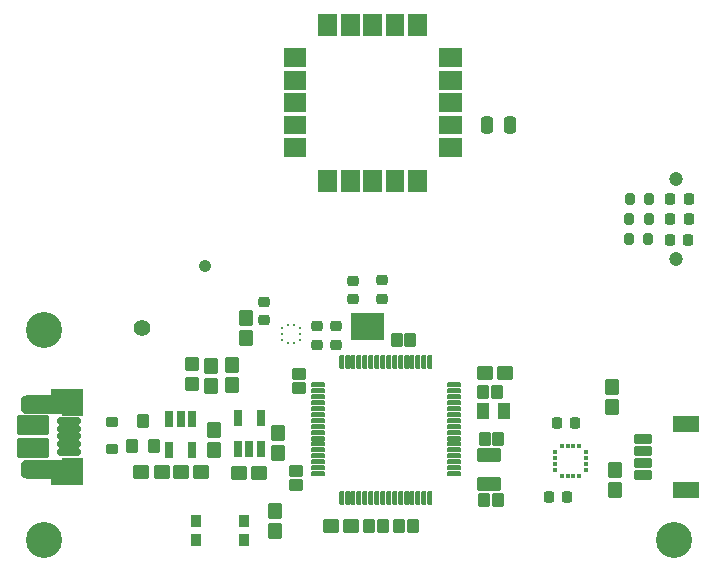
<source format=gbr>
%TF.GenerationSoftware,KiCad,Pcbnew,7.0.5*%
%TF.CreationDate,2024-02-09T08:38:42-06:00*%
%TF.ProjectId,peakick,7065616b-6963-46b2-9e6b-696361645f70,rev?*%
%TF.SameCoordinates,Original*%
%TF.FileFunction,Soldermask,Top*%
%TF.FilePolarity,Negative*%
%FSLAX46Y46*%
G04 Gerber Fmt 4.6, Leading zero omitted, Abs format (unit mm)*
G04 Created by KiCad (PCBNEW 7.0.5) date 2024-02-09 08:38:42*
%MOMM*%
%LPD*%
G01*
G04 APERTURE LIST*
G04 Aperture macros list*
%AMRoundRect*
0 Rectangle with rounded corners*
0 $1 Rounding radius*
0 $2 $3 $4 $5 $6 $7 $8 $9 X,Y pos of 4 corners*
0 Add a 4 corners polygon primitive as box body*
4,1,4,$2,$3,$4,$5,$6,$7,$8,$9,$2,$3,0*
0 Add four circle primitives for the rounded corners*
1,1,$1+$1,$2,$3*
1,1,$1+$1,$4,$5*
1,1,$1+$1,$6,$7*
1,1,$1+$1,$8,$9*
0 Add four rect primitives between the rounded corners*
20,1,$1+$1,$2,$3,$4,$5,0*
20,1,$1+$1,$4,$5,$6,$7,0*
20,1,$1+$1,$6,$7,$8,$9,0*
20,1,$1+$1,$8,$9,$2,$3,0*%
G04 Aperture macros list end*
%ADD10C,0.010000*%
%ADD11C,0.100000*%
%ADD12RoundRect,0.102000X-0.875000X-0.200000X0.875000X-0.200000X0.875000X0.200000X-0.875000X0.200000X0*%
%ADD13O,2.604000X1.404000*%
%ADD14RoundRect,0.102000X1.250000X-0.712500X1.250000X0.712500X-1.250000X0.712500X-1.250000X-0.712500X0*%
%ADD15RoundRect,0.102000X-1.250000X0.712500X-1.250000X-0.712500X1.250000X-0.712500X1.250000X0.712500X0*%
%ADD16RoundRect,0.225000X0.225000X0.250000X-0.225000X0.250000X-0.225000X-0.250000X0.225000X-0.250000X0*%
%ADD17RoundRect,0.101600X-0.500000X0.550000X-0.500000X-0.550000X0.500000X-0.550000X0.500000X0.550000X0*%
%ADD18RoundRect,0.101600X-0.550000X-0.500000X0.550000X-0.500000X0.550000X0.500000X-0.550000X0.500000X0*%
%ADD19RoundRect,0.200000X-0.200000X-0.275000X0.200000X-0.275000X0.200000X0.275000X-0.200000X0.275000X0*%
%ADD20RoundRect,0.101600X-0.275000X-0.600000X0.275000X-0.600000X0.275000X0.600000X-0.275000X0.600000X0*%
%ADD21RoundRect,0.101600X0.450000X-0.425000X0.450000X0.425000X-0.450000X0.425000X-0.450000X-0.425000X0*%
%ADD22RoundRect,0.101600X0.675000X-0.300000X0.675000X0.300000X-0.675000X0.300000X-0.675000X-0.300000X0*%
%ADD23RoundRect,0.101600X1.000000X-0.600000X1.000000X0.600000X-1.000000X0.600000X-1.000000X-0.600000X0*%
%ADD24RoundRect,0.101600X0.415000X-0.315000X0.415000X0.315000X-0.415000X0.315000X-0.415000X-0.315000X0*%
%ADD25RoundRect,0.101600X0.550000X0.500000X-0.550000X0.500000X-0.550000X-0.500000X0.550000X-0.500000X0*%
%ADD26RoundRect,0.250000X-0.250000X-0.475000X0.250000X-0.475000X0.250000X0.475000X-0.250000X0.475000X0*%
%ADD27RoundRect,0.101600X0.500000X-0.550000X0.500000X0.550000X-0.500000X0.550000X-0.500000X-0.550000X0*%
%ADD28C,3.048000*%
%ADD29RoundRect,0.101600X-0.425000X-0.450000X0.425000X-0.450000X0.425000X0.450000X-0.425000X0.450000X0*%
%ADD30RoundRect,0.101600X0.900000X-0.500000X0.900000X0.500000X-0.900000X0.500000X-0.900000X-0.500000X0*%
%ADD31RoundRect,0.225000X-0.250000X0.225000X-0.250000X-0.225000X0.250000X-0.225000X0.250000X0.225000X0*%
%ADD32RoundRect,0.101600X-0.400000X-0.600000X0.400000X-0.600000X0.400000X0.600000X-0.400000X0.600000X0*%
%ADD33RoundRect,0.251600X0.350000X0.350000X-0.350000X0.350000X-0.350000X-0.350000X0.350000X-0.350000X0*%
%ADD34RoundRect,0.101600X0.500000X-0.110000X0.500000X0.110000X-0.500000X0.110000X-0.500000X-0.110000X0*%
%ADD35RoundRect,0.101600X0.110000X0.500000X-0.110000X0.500000X-0.110000X-0.500000X0.110000X-0.500000X0*%
%ADD36RoundRect,0.101600X-0.500000X0.110000X-0.500000X-0.110000X0.500000X-0.110000X0.500000X0.110000X0*%
%ADD37RoundRect,0.101600X-0.110000X-0.500000X0.110000X-0.500000X0.110000X0.500000X-0.110000X0.500000X0*%
%ADD38RoundRect,0.225000X0.250000X-0.225000X0.250000X0.225000X-0.250000X0.225000X-0.250000X-0.225000X0*%
%ADD39RoundRect,0.218750X0.218750X0.256250X-0.218750X0.256250X-0.218750X-0.256250X0.218750X-0.256250X0*%
%ADD40R,0.254000X0.279400*%
%ADD41R,0.279400X0.254000*%
%ADD42RoundRect,0.101600X0.275000X0.600000X-0.275000X0.600000X-0.275000X-0.600000X0.275000X-0.600000X0*%
%ADD43R,0.900000X1.000000*%
%ADD44RoundRect,0.101600X0.425000X0.450000X-0.425000X0.450000X-0.425000X-0.450000X0.425000X-0.450000X0*%
%ADD45RoundRect,0.101600X-0.400000X-0.450000X0.400000X-0.450000X0.400000X0.450000X-0.400000X0.450000X0*%
%ADD46R,0.304800X0.457200*%
%ADD47R,0.457200X0.304800*%
%ADD48C,1.200000*%
%ADD49C,1.070000*%
%ADD50C,1.400000*%
G04 APERTURE END LIST*
%TO.C,J4*%
D10*
X131732500Y-102853250D02*
X130072500Y-102853250D01*
X130072500Y-100653250D01*
X131732500Y-100653250D01*
X131732500Y-102853250D01*
G36*
X131732500Y-102853250D02*
G01*
X130072500Y-102853250D01*
X130072500Y-100653250D01*
X131732500Y-100653250D01*
X131732500Y-102853250D01*
G37*
X131732500Y-108653250D02*
X130072500Y-108653250D01*
X130072500Y-106453250D01*
X131732500Y-106453250D01*
X131732500Y-108653250D01*
G36*
X131732500Y-108653250D02*
G01*
X130072500Y-108653250D01*
X130072500Y-106453250D01*
X131732500Y-106453250D01*
X131732500Y-108653250D01*
G37*
X130022500Y-102678250D02*
X127072500Y-102678250D01*
X127046500Y-102677250D01*
X127020500Y-102675250D01*
X126994500Y-102672250D01*
X126968500Y-102667250D01*
X126943500Y-102661250D01*
X126917500Y-102654250D01*
X126893500Y-102645250D01*
X126869500Y-102635250D01*
X126845500Y-102624250D01*
X126822500Y-102611250D01*
X126800500Y-102597250D01*
X126778500Y-102583250D01*
X126757500Y-102567250D01*
X126737500Y-102550250D01*
X126718500Y-102532250D01*
X126700500Y-102513250D01*
X126683500Y-102493250D01*
X126667500Y-102472250D01*
X126653500Y-102450250D01*
X126639500Y-102428250D01*
X126626500Y-102405250D01*
X126615500Y-102381250D01*
X126605500Y-102357250D01*
X126596500Y-102333250D01*
X126589500Y-102307250D01*
X126583500Y-102282250D01*
X126578500Y-102256250D01*
X126575500Y-102230250D01*
X126573500Y-102204250D01*
X126572500Y-102178250D01*
X126572500Y-101678250D01*
X126573500Y-101652250D01*
X126575500Y-101626250D01*
X126578500Y-101600250D01*
X126583500Y-101574250D01*
X126589500Y-101549250D01*
X126596500Y-101523250D01*
X126605500Y-101499250D01*
X126615500Y-101475250D01*
X126626500Y-101451250D01*
X126639500Y-101428250D01*
X126653500Y-101406250D01*
X126667500Y-101384250D01*
X126683500Y-101363250D01*
X126700500Y-101343250D01*
X126718500Y-101324250D01*
X126737500Y-101306250D01*
X126757500Y-101289250D01*
X126778500Y-101273250D01*
X126800500Y-101259250D01*
X126822500Y-101245250D01*
X126845500Y-101232250D01*
X126869500Y-101221250D01*
X126893500Y-101211250D01*
X126917500Y-101202250D01*
X126943500Y-101195250D01*
X126968500Y-101189250D01*
X126994500Y-101184250D01*
X127020500Y-101181250D01*
X127046500Y-101179250D01*
X127072500Y-101178250D01*
X129122500Y-101178250D01*
X129122500Y-100653250D01*
X130022500Y-100653250D01*
X130022500Y-102678250D01*
G36*
X130022500Y-102678250D02*
G01*
X127072500Y-102678250D01*
X127046500Y-102677250D01*
X127020500Y-102675250D01*
X126994500Y-102672250D01*
X126968500Y-102667250D01*
X126943500Y-102661250D01*
X126917500Y-102654250D01*
X126893500Y-102645250D01*
X126869500Y-102635250D01*
X126845500Y-102624250D01*
X126822500Y-102611250D01*
X126800500Y-102597250D01*
X126778500Y-102583250D01*
X126757500Y-102567250D01*
X126737500Y-102550250D01*
X126718500Y-102532250D01*
X126700500Y-102513250D01*
X126683500Y-102493250D01*
X126667500Y-102472250D01*
X126653500Y-102450250D01*
X126639500Y-102428250D01*
X126626500Y-102405250D01*
X126615500Y-102381250D01*
X126605500Y-102357250D01*
X126596500Y-102333250D01*
X126589500Y-102307250D01*
X126583500Y-102282250D01*
X126578500Y-102256250D01*
X126575500Y-102230250D01*
X126573500Y-102204250D01*
X126572500Y-102178250D01*
X126572500Y-101678250D01*
X126573500Y-101652250D01*
X126575500Y-101626250D01*
X126578500Y-101600250D01*
X126583500Y-101574250D01*
X126589500Y-101549250D01*
X126596500Y-101523250D01*
X126605500Y-101499250D01*
X126615500Y-101475250D01*
X126626500Y-101451250D01*
X126639500Y-101428250D01*
X126653500Y-101406250D01*
X126667500Y-101384250D01*
X126683500Y-101363250D01*
X126700500Y-101343250D01*
X126718500Y-101324250D01*
X126737500Y-101306250D01*
X126757500Y-101289250D01*
X126778500Y-101273250D01*
X126800500Y-101259250D01*
X126822500Y-101245250D01*
X126845500Y-101232250D01*
X126869500Y-101221250D01*
X126893500Y-101211250D01*
X126917500Y-101202250D01*
X126943500Y-101195250D01*
X126968500Y-101189250D01*
X126994500Y-101184250D01*
X127020500Y-101181250D01*
X127046500Y-101179250D01*
X127072500Y-101178250D01*
X129122500Y-101178250D01*
X129122500Y-100653250D01*
X130022500Y-100653250D01*
X130022500Y-102678250D01*
G37*
X130022500Y-108653250D02*
X129122500Y-108653250D01*
X129122500Y-108128250D01*
X127072500Y-108128250D01*
X127046500Y-108127250D01*
X127020500Y-108125250D01*
X126994500Y-108122250D01*
X126968500Y-108117250D01*
X126943500Y-108111250D01*
X126917500Y-108104250D01*
X126893500Y-108095250D01*
X126869500Y-108085250D01*
X126845500Y-108074250D01*
X126822500Y-108061250D01*
X126800500Y-108047250D01*
X126778500Y-108033250D01*
X126757500Y-108017250D01*
X126737500Y-108000250D01*
X126718500Y-107982250D01*
X126700500Y-107963250D01*
X126683500Y-107943250D01*
X126667500Y-107922250D01*
X126653500Y-107900250D01*
X126639500Y-107878250D01*
X126626500Y-107855250D01*
X126615500Y-107831250D01*
X126605500Y-107807250D01*
X126596500Y-107783250D01*
X126589500Y-107757250D01*
X126583500Y-107732250D01*
X126578500Y-107706250D01*
X126575500Y-107680250D01*
X126573500Y-107654250D01*
X126572500Y-107628250D01*
X126572500Y-107128250D01*
X126573500Y-107102250D01*
X126575500Y-107076250D01*
X126578500Y-107050250D01*
X126583500Y-107024250D01*
X126589500Y-106999250D01*
X126596500Y-106973250D01*
X126605500Y-106949250D01*
X126615500Y-106925250D01*
X126626500Y-106901250D01*
X126639500Y-106878250D01*
X126653500Y-106856250D01*
X126667500Y-106834250D01*
X126683500Y-106813250D01*
X126700500Y-106793250D01*
X126718500Y-106774250D01*
X126737500Y-106756250D01*
X126757500Y-106739250D01*
X126778500Y-106723250D01*
X126800500Y-106709250D01*
X126822500Y-106695250D01*
X126845500Y-106682250D01*
X126869500Y-106671250D01*
X126893500Y-106661250D01*
X126917500Y-106652250D01*
X126943500Y-106645250D01*
X126968500Y-106639250D01*
X126994500Y-106634250D01*
X127020500Y-106631250D01*
X127046500Y-106629250D01*
X127072500Y-106628250D01*
X130022500Y-106628250D01*
X130022500Y-108653250D01*
G36*
X130022500Y-108653250D02*
G01*
X129122500Y-108653250D01*
X129122500Y-108128250D01*
X127072500Y-108128250D01*
X127046500Y-108127250D01*
X127020500Y-108125250D01*
X126994500Y-108122250D01*
X126968500Y-108117250D01*
X126943500Y-108111250D01*
X126917500Y-108104250D01*
X126893500Y-108095250D01*
X126869500Y-108085250D01*
X126845500Y-108074250D01*
X126822500Y-108061250D01*
X126800500Y-108047250D01*
X126778500Y-108033250D01*
X126757500Y-108017250D01*
X126737500Y-108000250D01*
X126718500Y-107982250D01*
X126700500Y-107963250D01*
X126683500Y-107943250D01*
X126667500Y-107922250D01*
X126653500Y-107900250D01*
X126639500Y-107878250D01*
X126626500Y-107855250D01*
X126615500Y-107831250D01*
X126605500Y-107807250D01*
X126596500Y-107783250D01*
X126589500Y-107757250D01*
X126583500Y-107732250D01*
X126578500Y-107706250D01*
X126575500Y-107680250D01*
X126573500Y-107654250D01*
X126572500Y-107628250D01*
X126572500Y-107128250D01*
X126573500Y-107102250D01*
X126575500Y-107076250D01*
X126578500Y-107050250D01*
X126583500Y-107024250D01*
X126589500Y-106999250D01*
X126596500Y-106973250D01*
X126605500Y-106949250D01*
X126615500Y-106925250D01*
X126626500Y-106901250D01*
X126639500Y-106878250D01*
X126653500Y-106856250D01*
X126667500Y-106834250D01*
X126683500Y-106813250D01*
X126700500Y-106793250D01*
X126718500Y-106774250D01*
X126737500Y-106756250D01*
X126757500Y-106739250D01*
X126778500Y-106723250D01*
X126800500Y-106709250D01*
X126822500Y-106695250D01*
X126845500Y-106682250D01*
X126869500Y-106671250D01*
X126893500Y-106661250D01*
X126917500Y-106652250D01*
X126943500Y-106645250D01*
X126968500Y-106639250D01*
X126994500Y-106634250D01*
X127020500Y-106631250D01*
X127046500Y-106629250D01*
X127072500Y-106628250D01*
X130022500Y-106628250D01*
X130022500Y-108653250D01*
G37*
%TO.C,U3*%
D11*
X157287500Y-96425000D02*
X154537500Y-96425000D01*
X154537500Y-94175000D01*
X157287500Y-94175000D01*
X157287500Y-96425000D01*
G36*
X157287500Y-96425000D02*
G01*
X154537500Y-96425000D01*
X154537500Y-94175000D01*
X157287500Y-94175000D01*
X157287500Y-96425000D01*
G37*
%TO.C,U2*%
D10*
X160880000Y-70650000D02*
X159380000Y-70650000D01*
X159380000Y-68850000D01*
X160880000Y-68850000D01*
X160880000Y-70650000D01*
G36*
X160880000Y-70650000D02*
G01*
X159380000Y-70650000D01*
X159380000Y-68850000D01*
X160880000Y-68850000D01*
X160880000Y-70650000D01*
G37*
X158980000Y-70650000D02*
X157480000Y-70650000D01*
X157480000Y-68850000D01*
X158980000Y-68850000D01*
X158980000Y-70650000D01*
G36*
X158980000Y-70650000D02*
G01*
X157480000Y-70650000D01*
X157480000Y-68850000D01*
X158980000Y-68850000D01*
X158980000Y-70650000D01*
G37*
X157080000Y-70650000D02*
X155580000Y-70650000D01*
X155580000Y-68850000D01*
X157080000Y-68850000D01*
X157080000Y-70650000D01*
G36*
X157080000Y-70650000D02*
G01*
X155580000Y-70650000D01*
X155580000Y-68850000D01*
X157080000Y-68850000D01*
X157080000Y-70650000D01*
G37*
X155180000Y-70650000D02*
X153680000Y-70650000D01*
X153680000Y-68850000D01*
X155180000Y-68850000D01*
X155180000Y-70650000D01*
G36*
X155180000Y-70650000D02*
G01*
X153680000Y-70650000D01*
X153680000Y-68850000D01*
X155180000Y-68850000D01*
X155180000Y-70650000D01*
G37*
X153280000Y-70650000D02*
X151780000Y-70650000D01*
X151780000Y-68850000D01*
X153280000Y-68850000D01*
X153280000Y-70650000D01*
G36*
X153280000Y-70650000D02*
G01*
X151780000Y-70650000D01*
X151780000Y-68850000D01*
X153280000Y-68850000D01*
X153280000Y-70650000D01*
G37*
X163830000Y-73300000D02*
X162030000Y-73300000D01*
X162030000Y-71800000D01*
X163830000Y-71800000D01*
X163830000Y-73300000D01*
G36*
X163830000Y-73300000D02*
G01*
X162030000Y-73300000D01*
X162030000Y-71800000D01*
X163830000Y-71800000D01*
X163830000Y-73300000D01*
G37*
X150630000Y-73300000D02*
X148830000Y-73300000D01*
X148830000Y-71800000D01*
X150630000Y-71800000D01*
X150630000Y-73300000D01*
G36*
X150630000Y-73300000D02*
G01*
X148830000Y-73300000D01*
X148830000Y-71800000D01*
X150630000Y-71800000D01*
X150630000Y-73300000D01*
G37*
X163830000Y-75200000D02*
X162030000Y-75200000D01*
X162030000Y-73700000D01*
X163830000Y-73700000D01*
X163830000Y-75200000D01*
G36*
X163830000Y-75200000D02*
G01*
X162030000Y-75200000D01*
X162030000Y-73700000D01*
X163830000Y-73700000D01*
X163830000Y-75200000D01*
G37*
X150630000Y-75200000D02*
X148830000Y-75200000D01*
X148830000Y-73700000D01*
X150630000Y-73700000D01*
X150630000Y-75200000D01*
G36*
X150630000Y-75200000D02*
G01*
X148830000Y-75200000D01*
X148830000Y-73700000D01*
X150630000Y-73700000D01*
X150630000Y-75200000D01*
G37*
X163830000Y-77100000D02*
X162030000Y-77100000D01*
X162030000Y-75600000D01*
X163830000Y-75600000D01*
X163830000Y-77100000D01*
G36*
X163830000Y-77100000D02*
G01*
X162030000Y-77100000D01*
X162030000Y-75600000D01*
X163830000Y-75600000D01*
X163830000Y-77100000D01*
G37*
X150630000Y-77100000D02*
X148830000Y-77100000D01*
X148830000Y-75600000D01*
X150630000Y-75600000D01*
X150630000Y-77100000D01*
G36*
X150630000Y-77100000D02*
G01*
X148830000Y-77100000D01*
X148830000Y-75600000D01*
X150630000Y-75600000D01*
X150630000Y-77100000D01*
G37*
X163830000Y-79000000D02*
X162030000Y-79000000D01*
X162030000Y-77500000D01*
X163830000Y-77500000D01*
X163830000Y-79000000D01*
G36*
X163830000Y-79000000D02*
G01*
X162030000Y-79000000D01*
X162030000Y-77500000D01*
X163830000Y-77500000D01*
X163830000Y-79000000D01*
G37*
X150630000Y-79000000D02*
X148830000Y-79000000D01*
X148830000Y-77500000D01*
X150630000Y-77500000D01*
X150630000Y-79000000D01*
G36*
X150630000Y-79000000D02*
G01*
X148830000Y-79000000D01*
X148830000Y-77500000D01*
X150630000Y-77500000D01*
X150630000Y-79000000D01*
G37*
X163830000Y-80900000D02*
X162030000Y-80900000D01*
X162030000Y-79400000D01*
X163830000Y-79400000D01*
X163830000Y-80900000D01*
G36*
X163830000Y-80900000D02*
G01*
X162030000Y-80900000D01*
X162030000Y-79400000D01*
X163830000Y-79400000D01*
X163830000Y-80900000D01*
G37*
X150630000Y-80900000D02*
X148830000Y-80900000D01*
X148830000Y-79400000D01*
X150630000Y-79400000D01*
X150630000Y-80900000D01*
G36*
X150630000Y-80900000D02*
G01*
X148830000Y-80900000D01*
X148830000Y-79400000D01*
X150630000Y-79400000D01*
X150630000Y-80900000D01*
G37*
X160880000Y-83850000D02*
X159380000Y-83850000D01*
X159380000Y-82050000D01*
X160880000Y-82050000D01*
X160880000Y-83850000D01*
G36*
X160880000Y-83850000D02*
G01*
X159380000Y-83850000D01*
X159380000Y-82050000D01*
X160880000Y-82050000D01*
X160880000Y-83850000D01*
G37*
X158980000Y-83850000D02*
X157480000Y-83850000D01*
X157480000Y-82050000D01*
X158980000Y-82050000D01*
X158980000Y-83850000D01*
G36*
X158980000Y-83850000D02*
G01*
X157480000Y-83850000D01*
X157480000Y-82050000D01*
X158980000Y-82050000D01*
X158980000Y-83850000D01*
G37*
X157080000Y-83850000D02*
X155580000Y-83850000D01*
X155580000Y-82050000D01*
X157080000Y-82050000D01*
X157080000Y-83850000D01*
G36*
X157080000Y-83850000D02*
G01*
X155580000Y-83850000D01*
X155580000Y-82050000D01*
X157080000Y-82050000D01*
X157080000Y-83850000D01*
G37*
X155180000Y-83850000D02*
X153680000Y-83850000D01*
X153680000Y-82050000D01*
X155180000Y-82050000D01*
X155180000Y-83850000D01*
G36*
X155180000Y-83850000D02*
G01*
X153680000Y-83850000D01*
X153680000Y-82050000D01*
X155180000Y-82050000D01*
X155180000Y-83850000D01*
G37*
X153280000Y-83850000D02*
X151780000Y-83850000D01*
X151780000Y-82050000D01*
X153280000Y-82050000D01*
X153280000Y-83850000D01*
G36*
X153280000Y-83850000D02*
G01*
X151780000Y-83850000D01*
X151780000Y-82050000D01*
X153280000Y-82050000D01*
X153280000Y-83850000D01*
G37*
%TD*%
D12*
%TO.C,J4*%
X130697500Y-103353250D03*
X130697500Y-104003250D03*
X130697500Y-104653250D03*
X130697500Y-105303250D03*
X130697500Y-105953250D03*
D13*
X127872500Y-101928250D03*
X127872500Y-107378250D03*
D14*
X127622500Y-103690750D03*
D15*
X127622500Y-105615750D03*
%TD*%
D16*
%TO.C,C7*%
X172850000Y-109750000D03*
X171300000Y-109750000D03*
%TD*%
D17*
%TO.C,C22*%
X145675000Y-94625000D03*
X145675000Y-96325000D03*
%TD*%
D18*
%TO.C,C11*%
X145075000Y-107750000D03*
X146775000Y-107750000D03*
%TD*%
D19*
%TO.C,R2*%
X178095000Y-86280000D03*
X179745000Y-86280000D03*
%TD*%
D20*
%TO.C,U5*%
X145000000Y-105725100D03*
X145950000Y-105725100D03*
X146900000Y-105725100D03*
X146900000Y-103124900D03*
X145000000Y-103124900D03*
%TD*%
D19*
%TO.C,R1*%
X178045000Y-87940000D03*
X179695000Y-87940000D03*
%TD*%
D21*
%TO.C,C13*%
X150150000Y-100555000D03*
X150150000Y-99395000D03*
%TD*%
D22*
%TO.C,J3*%
X179250000Y-107875000D03*
X179250000Y-106875000D03*
X179250000Y-105875000D03*
X179250000Y-104875000D03*
D23*
X182925000Y-103575000D03*
X182925000Y-109175000D03*
%TD*%
D24*
%TO.C,D1*%
X134300000Y-103425000D03*
X134300000Y-105725000D03*
%TD*%
D25*
%TO.C,L1*%
X167550000Y-99300000D03*
X165850000Y-99300000D03*
%TD*%
D26*
%TO.C,C1*%
X166080000Y-78250000D03*
X167980000Y-78250000D03*
%TD*%
D17*
%TO.C,R7*%
X148375000Y-104350000D03*
X148375000Y-106050000D03*
%TD*%
D27*
%TO.C,R9*%
X142700000Y-100350000D03*
X142700000Y-98650000D03*
%TD*%
D28*
%TO.C,H1*%
X128575000Y-95650000D03*
%TD*%
D29*
%TO.C,C9*%
X165845000Y-110025000D03*
X167005000Y-110025000D03*
%TD*%
D27*
%TO.C,C16*%
X144450000Y-100325000D03*
X144450000Y-98625000D03*
%TD*%
D17*
%TO.C,R13*%
X176875000Y-107525000D03*
X176875000Y-109225000D03*
%TD*%
D30*
%TO.C,Y1*%
X166225000Y-108700000D03*
X166225000Y-106200000D03*
%TD*%
D31*
%TO.C,C3*%
X151700000Y-95325000D03*
X151700000Y-96875000D03*
%TD*%
%TO.C,C6*%
X153312500Y-95325000D03*
X153312500Y-96875000D03*
%TD*%
D16*
%TO.C,C8*%
X173500000Y-103500000D03*
X171950000Y-103500000D03*
%TD*%
D27*
%TO.C,R11*%
X142975000Y-105825000D03*
X142975000Y-104125000D03*
%TD*%
%TO.C,R8*%
X148100000Y-112625000D03*
X148100000Y-110925000D03*
%TD*%
D32*
%TO.C,C18*%
X165700000Y-102525000D03*
X167500000Y-102525000D03*
%TD*%
D33*
%TO.C,LED4*%
X141100000Y-98498000D03*
X141100000Y-100252000D03*
%TD*%
D34*
%TO.C,U6*%
X163250000Y-107825000D03*
X163250000Y-107325000D03*
X163250000Y-106825000D03*
X163250000Y-106325000D03*
X163250000Y-105825000D03*
X163250000Y-105325000D03*
X163250000Y-104825000D03*
X163250000Y-104325000D03*
X163250000Y-103825000D03*
X163250000Y-103325000D03*
X163250000Y-102825000D03*
X163250000Y-102325000D03*
X163250000Y-101825000D03*
X163250000Y-101325000D03*
X163250000Y-100825000D03*
X163250000Y-100325000D03*
D35*
X161250000Y-98325000D03*
X160750000Y-98325000D03*
X160250000Y-98325000D03*
X159750000Y-98325000D03*
X159250000Y-98325000D03*
X158750000Y-98325000D03*
X158250000Y-98325000D03*
X157750000Y-98325000D03*
X157250000Y-98325000D03*
X156750000Y-98325000D03*
X156250000Y-98325000D03*
X155750000Y-98325000D03*
X155250000Y-98325000D03*
X154750000Y-98325000D03*
X154250000Y-98325000D03*
X153750000Y-98325000D03*
D36*
X151750000Y-100325000D03*
X151750000Y-100825000D03*
X151750000Y-101325000D03*
X151750000Y-101825000D03*
X151750000Y-102325000D03*
X151750000Y-102825000D03*
X151750000Y-103325000D03*
X151750000Y-103825000D03*
X151750000Y-104325000D03*
X151750000Y-104825000D03*
X151750000Y-105325000D03*
X151750000Y-105825000D03*
X151750000Y-106325000D03*
X151750000Y-106825000D03*
X151750000Y-107325000D03*
X151750000Y-107825000D03*
D37*
X153750000Y-109825000D03*
X154250000Y-109825000D03*
X154750000Y-109825000D03*
X155250000Y-109825000D03*
X155750000Y-109825000D03*
X156250000Y-109825000D03*
X156750000Y-109825000D03*
X157250000Y-109825000D03*
X157750000Y-109825000D03*
X158250000Y-109825000D03*
X158750000Y-109825000D03*
X159250000Y-109825000D03*
X159750000Y-109825000D03*
X160250000Y-109825000D03*
X160750000Y-109825000D03*
X161250000Y-109825000D03*
%TD*%
D29*
%TO.C,C10*%
X165870000Y-104825000D03*
X167030000Y-104825000D03*
%TD*%
D38*
%TO.C,C5*%
X154675000Y-93000000D03*
X154675000Y-91450000D03*
%TD*%
D18*
%TO.C,C21*%
X140175000Y-107650000D03*
X141875000Y-107650000D03*
%TD*%
D39*
%TO.C,LED3*%
X183137500Y-84570000D03*
X181562500Y-84570000D03*
%TD*%
D18*
%TO.C,R6*%
X136800000Y-107650000D03*
X138500000Y-107650000D03*
%TD*%
D40*
%TO.C,U1*%
X149700063Y-95200700D03*
X149199937Y-95200700D03*
D41*
X148700700Y-95449874D03*
X148700700Y-95950000D03*
X148700700Y-96450126D03*
D40*
X149199937Y-96699300D03*
X149700063Y-96699300D03*
D41*
X150199300Y-96450126D03*
X150199300Y-95950000D03*
X150199300Y-95449874D03*
%TD*%
D39*
%TO.C,LED1*%
X183117500Y-87980000D03*
X181542500Y-87980000D03*
%TD*%
D19*
%TO.C,R3*%
X178155000Y-84550000D03*
X179805000Y-84550000D03*
%TD*%
D42*
%TO.C,U7*%
X141074500Y-103174900D03*
X140124500Y-103174900D03*
X139174500Y-103174900D03*
X139174500Y-105775100D03*
X141074500Y-105775100D03*
%TD*%
D28*
%TO.C,H3*%
X181875000Y-113400000D03*
%TD*%
D43*
%TO.C,S1*%
X141400000Y-111850000D03*
X145500000Y-111850000D03*
X141400000Y-113450000D03*
X145500000Y-113450000D03*
%TD*%
D44*
%TO.C,C15*%
X157255000Y-112200000D03*
X156095000Y-112200000D03*
%TD*%
D29*
%TO.C,C20*%
X158645000Y-112200000D03*
X159805000Y-112200000D03*
%TD*%
D44*
%TO.C,C12*%
X159580000Y-96475000D03*
X158420000Y-96475000D03*
%TD*%
D27*
%TO.C,R12*%
X176650000Y-102175000D03*
X176650000Y-100475000D03*
%TD*%
D31*
%TO.C,C2*%
X147200000Y-93275000D03*
X147200000Y-94825000D03*
%TD*%
D21*
%TO.C,C14*%
X149900000Y-108755000D03*
X149900000Y-107595000D03*
%TD*%
D45*
%TO.C,Q1*%
X135975000Y-105475000D03*
X137875000Y-105475000D03*
X136925000Y-103375000D03*
%TD*%
D29*
%TO.C,C17*%
X165720000Y-100850000D03*
X166880000Y-100850000D03*
%TD*%
D39*
%TO.C,LED2*%
X183137500Y-86270000D03*
X181562500Y-86270000D03*
%TD*%
D28*
%TO.C,H2*%
X128525000Y-113450000D03*
%TD*%
D25*
%TO.C,C19*%
X154575000Y-112250000D03*
X152875000Y-112250000D03*
%TD*%
D38*
%TO.C,C4*%
X157175000Y-92975000D03*
X157175000Y-91425000D03*
%TD*%
D46*
%TO.C,U4*%
X173875001Y-105425001D03*
X173375000Y-105425001D03*
X172875000Y-105425001D03*
X172374999Y-105425001D03*
D47*
X171850001Y-105949999D03*
X171850001Y-106450000D03*
X171850001Y-106950000D03*
X171850001Y-107450001D03*
D46*
X172374999Y-107974999D03*
X172875000Y-107974999D03*
X173375000Y-107974999D03*
X173875001Y-107974999D03*
D47*
X174399999Y-107450001D03*
X174399999Y-106950000D03*
X174399999Y-106450000D03*
X174399999Y-105949999D03*
%TD*%
D48*
%TO.C,SW1*%
X182100000Y-82850000D03*
X182100000Y-89650000D03*
%TD*%
D49*
%TO.C,B1*%
X142174874Y-90200126D03*
D50*
X136871573Y-95503427D03*
%TD*%
M02*

</source>
